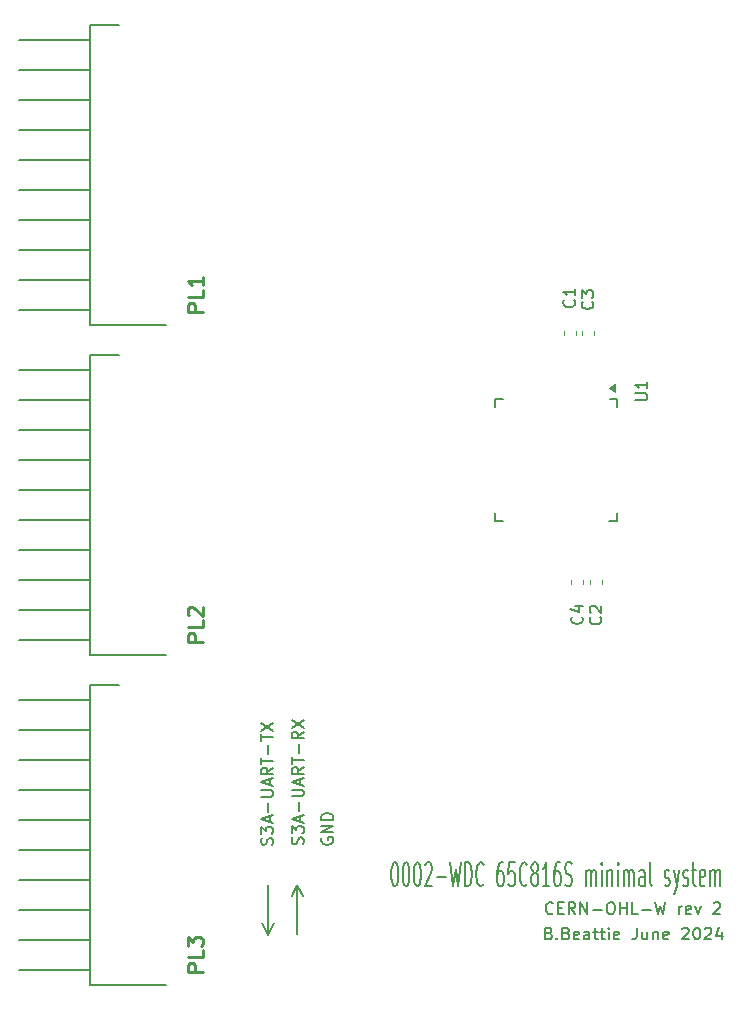
<source format=gto>
%TF.GenerationSoftware,KiCad,Pcbnew,8.0.3-8.0.3-0~ubuntu22.04.1*%
%TF.CreationDate,2024-06-07T23:15:48+01:00*%
%TF.ProjectId,0002-65C816S-minimal,30303032-2d36-4354-9338-3136532d6d69,A*%
%TF.SameCoordinates,Original*%
%TF.FileFunction,Legend,Top*%
%TF.FilePolarity,Positive*%
%FSLAX46Y46*%
G04 Gerber Fmt 4.6, Leading zero omitted, Abs format (unit mm)*
G04 Created by KiCad (PCBNEW 8.0.3-8.0.3-0~ubuntu22.04.1) date 2024-06-07 23:15:48*
%MOMM*%
%LPD*%
G01*
G04 APERTURE LIST*
%ADD10C,0.200000*%
%ADD11C,0.175000*%
%ADD12C,0.150000*%
%ADD13C,0.254000*%
%ADD14C,0.120000*%
G04 APERTURE END LIST*
D10*
X135650000Y-141800000D02*
X135150000Y-140850000D01*
X135650000Y-141800000D02*
X136150000Y-140850000D01*
X135650000Y-137600000D02*
X135650000Y-141800000D01*
X138150000Y-137575000D02*
X138650000Y-138525000D01*
X138150000Y-137575000D02*
X137650000Y-138525000D01*
X138150000Y-141775000D02*
X138150000Y-137575000D01*
D11*
X146343702Y-135696138D02*
X146438940Y-135696138D01*
X146438940Y-135696138D02*
X146534178Y-135791376D01*
X146534178Y-135791376D02*
X146581797Y-135886614D01*
X146581797Y-135886614D02*
X146629416Y-136077090D01*
X146629416Y-136077090D02*
X146677035Y-136458042D01*
X146677035Y-136458042D02*
X146677035Y-136934233D01*
X146677035Y-136934233D02*
X146629416Y-137315185D01*
X146629416Y-137315185D02*
X146581797Y-137505661D01*
X146581797Y-137505661D02*
X146534178Y-137600900D01*
X146534178Y-137600900D02*
X146438940Y-137696138D01*
X146438940Y-137696138D02*
X146343702Y-137696138D01*
X146343702Y-137696138D02*
X146248464Y-137600900D01*
X146248464Y-137600900D02*
X146200845Y-137505661D01*
X146200845Y-137505661D02*
X146153226Y-137315185D01*
X146153226Y-137315185D02*
X146105607Y-136934233D01*
X146105607Y-136934233D02*
X146105607Y-136458042D01*
X146105607Y-136458042D02*
X146153226Y-136077090D01*
X146153226Y-136077090D02*
X146200845Y-135886614D01*
X146200845Y-135886614D02*
X146248464Y-135791376D01*
X146248464Y-135791376D02*
X146343702Y-135696138D01*
X147296083Y-135696138D02*
X147391321Y-135696138D01*
X147391321Y-135696138D02*
X147486559Y-135791376D01*
X147486559Y-135791376D02*
X147534178Y-135886614D01*
X147534178Y-135886614D02*
X147581797Y-136077090D01*
X147581797Y-136077090D02*
X147629416Y-136458042D01*
X147629416Y-136458042D02*
X147629416Y-136934233D01*
X147629416Y-136934233D02*
X147581797Y-137315185D01*
X147581797Y-137315185D02*
X147534178Y-137505661D01*
X147534178Y-137505661D02*
X147486559Y-137600900D01*
X147486559Y-137600900D02*
X147391321Y-137696138D01*
X147391321Y-137696138D02*
X147296083Y-137696138D01*
X147296083Y-137696138D02*
X147200845Y-137600900D01*
X147200845Y-137600900D02*
X147153226Y-137505661D01*
X147153226Y-137505661D02*
X147105607Y-137315185D01*
X147105607Y-137315185D02*
X147057988Y-136934233D01*
X147057988Y-136934233D02*
X147057988Y-136458042D01*
X147057988Y-136458042D02*
X147105607Y-136077090D01*
X147105607Y-136077090D02*
X147153226Y-135886614D01*
X147153226Y-135886614D02*
X147200845Y-135791376D01*
X147200845Y-135791376D02*
X147296083Y-135696138D01*
X148248464Y-135696138D02*
X148343702Y-135696138D01*
X148343702Y-135696138D02*
X148438940Y-135791376D01*
X148438940Y-135791376D02*
X148486559Y-135886614D01*
X148486559Y-135886614D02*
X148534178Y-136077090D01*
X148534178Y-136077090D02*
X148581797Y-136458042D01*
X148581797Y-136458042D02*
X148581797Y-136934233D01*
X148581797Y-136934233D02*
X148534178Y-137315185D01*
X148534178Y-137315185D02*
X148486559Y-137505661D01*
X148486559Y-137505661D02*
X148438940Y-137600900D01*
X148438940Y-137600900D02*
X148343702Y-137696138D01*
X148343702Y-137696138D02*
X148248464Y-137696138D01*
X148248464Y-137696138D02*
X148153226Y-137600900D01*
X148153226Y-137600900D02*
X148105607Y-137505661D01*
X148105607Y-137505661D02*
X148057988Y-137315185D01*
X148057988Y-137315185D02*
X148010369Y-136934233D01*
X148010369Y-136934233D02*
X148010369Y-136458042D01*
X148010369Y-136458042D02*
X148057988Y-136077090D01*
X148057988Y-136077090D02*
X148105607Y-135886614D01*
X148105607Y-135886614D02*
X148153226Y-135791376D01*
X148153226Y-135791376D02*
X148248464Y-135696138D01*
X148962750Y-135886614D02*
X149010369Y-135791376D01*
X149010369Y-135791376D02*
X149105607Y-135696138D01*
X149105607Y-135696138D02*
X149343702Y-135696138D01*
X149343702Y-135696138D02*
X149438940Y-135791376D01*
X149438940Y-135791376D02*
X149486559Y-135886614D01*
X149486559Y-135886614D02*
X149534178Y-136077090D01*
X149534178Y-136077090D02*
X149534178Y-136267566D01*
X149534178Y-136267566D02*
X149486559Y-136553280D01*
X149486559Y-136553280D02*
X148915131Y-137696138D01*
X148915131Y-137696138D02*
X149534178Y-137696138D01*
X149962750Y-136934233D02*
X150724655Y-136934233D01*
X151105607Y-135696138D02*
X151343702Y-137696138D01*
X151343702Y-137696138D02*
X151534178Y-136267566D01*
X151534178Y-136267566D02*
X151724654Y-137696138D01*
X151724654Y-137696138D02*
X151962750Y-135696138D01*
X152343702Y-137696138D02*
X152343702Y-135696138D01*
X152343702Y-135696138D02*
X152581797Y-135696138D01*
X152581797Y-135696138D02*
X152724654Y-135791376D01*
X152724654Y-135791376D02*
X152819892Y-135981852D01*
X152819892Y-135981852D02*
X152867511Y-136172328D01*
X152867511Y-136172328D02*
X152915130Y-136553280D01*
X152915130Y-136553280D02*
X152915130Y-136838995D01*
X152915130Y-136838995D02*
X152867511Y-137219947D01*
X152867511Y-137219947D02*
X152819892Y-137410423D01*
X152819892Y-137410423D02*
X152724654Y-137600900D01*
X152724654Y-137600900D02*
X152581797Y-137696138D01*
X152581797Y-137696138D02*
X152343702Y-137696138D01*
X153915130Y-137505661D02*
X153867511Y-137600900D01*
X153867511Y-137600900D02*
X153724654Y-137696138D01*
X153724654Y-137696138D02*
X153629416Y-137696138D01*
X153629416Y-137696138D02*
X153486559Y-137600900D01*
X153486559Y-137600900D02*
X153391321Y-137410423D01*
X153391321Y-137410423D02*
X153343702Y-137219947D01*
X153343702Y-137219947D02*
X153296083Y-136838995D01*
X153296083Y-136838995D02*
X153296083Y-136553280D01*
X153296083Y-136553280D02*
X153343702Y-136172328D01*
X153343702Y-136172328D02*
X153391321Y-135981852D01*
X153391321Y-135981852D02*
X153486559Y-135791376D01*
X153486559Y-135791376D02*
X153629416Y-135696138D01*
X153629416Y-135696138D02*
X153724654Y-135696138D01*
X153724654Y-135696138D02*
X153867511Y-135791376D01*
X153867511Y-135791376D02*
X153915130Y-135886614D01*
X155534178Y-135696138D02*
X155343702Y-135696138D01*
X155343702Y-135696138D02*
X155248464Y-135791376D01*
X155248464Y-135791376D02*
X155200845Y-135886614D01*
X155200845Y-135886614D02*
X155105607Y-136172328D01*
X155105607Y-136172328D02*
X155057988Y-136553280D01*
X155057988Y-136553280D02*
X155057988Y-137315185D01*
X155057988Y-137315185D02*
X155105607Y-137505661D01*
X155105607Y-137505661D02*
X155153226Y-137600900D01*
X155153226Y-137600900D02*
X155248464Y-137696138D01*
X155248464Y-137696138D02*
X155438940Y-137696138D01*
X155438940Y-137696138D02*
X155534178Y-137600900D01*
X155534178Y-137600900D02*
X155581797Y-137505661D01*
X155581797Y-137505661D02*
X155629416Y-137315185D01*
X155629416Y-137315185D02*
X155629416Y-136838995D01*
X155629416Y-136838995D02*
X155581797Y-136648519D01*
X155581797Y-136648519D02*
X155534178Y-136553280D01*
X155534178Y-136553280D02*
X155438940Y-136458042D01*
X155438940Y-136458042D02*
X155248464Y-136458042D01*
X155248464Y-136458042D02*
X155153226Y-136553280D01*
X155153226Y-136553280D02*
X155105607Y-136648519D01*
X155105607Y-136648519D02*
X155057988Y-136838995D01*
X156534178Y-135696138D02*
X156057988Y-135696138D01*
X156057988Y-135696138D02*
X156010369Y-136648519D01*
X156010369Y-136648519D02*
X156057988Y-136553280D01*
X156057988Y-136553280D02*
X156153226Y-136458042D01*
X156153226Y-136458042D02*
X156391321Y-136458042D01*
X156391321Y-136458042D02*
X156486559Y-136553280D01*
X156486559Y-136553280D02*
X156534178Y-136648519D01*
X156534178Y-136648519D02*
X156581797Y-136838995D01*
X156581797Y-136838995D02*
X156581797Y-137315185D01*
X156581797Y-137315185D02*
X156534178Y-137505661D01*
X156534178Y-137505661D02*
X156486559Y-137600900D01*
X156486559Y-137600900D02*
X156391321Y-137696138D01*
X156391321Y-137696138D02*
X156153226Y-137696138D01*
X156153226Y-137696138D02*
X156057988Y-137600900D01*
X156057988Y-137600900D02*
X156010369Y-137505661D01*
X157581797Y-137505661D02*
X157534178Y-137600900D01*
X157534178Y-137600900D02*
X157391321Y-137696138D01*
X157391321Y-137696138D02*
X157296083Y-137696138D01*
X157296083Y-137696138D02*
X157153226Y-137600900D01*
X157153226Y-137600900D02*
X157057988Y-137410423D01*
X157057988Y-137410423D02*
X157010369Y-137219947D01*
X157010369Y-137219947D02*
X156962750Y-136838995D01*
X156962750Y-136838995D02*
X156962750Y-136553280D01*
X156962750Y-136553280D02*
X157010369Y-136172328D01*
X157010369Y-136172328D02*
X157057988Y-135981852D01*
X157057988Y-135981852D02*
X157153226Y-135791376D01*
X157153226Y-135791376D02*
X157296083Y-135696138D01*
X157296083Y-135696138D02*
X157391321Y-135696138D01*
X157391321Y-135696138D02*
X157534178Y-135791376D01*
X157534178Y-135791376D02*
X157581797Y-135886614D01*
X158153226Y-136553280D02*
X158057988Y-136458042D01*
X158057988Y-136458042D02*
X158010369Y-136362804D01*
X158010369Y-136362804D02*
X157962750Y-136172328D01*
X157962750Y-136172328D02*
X157962750Y-136077090D01*
X157962750Y-136077090D02*
X158010369Y-135886614D01*
X158010369Y-135886614D02*
X158057988Y-135791376D01*
X158057988Y-135791376D02*
X158153226Y-135696138D01*
X158153226Y-135696138D02*
X158343702Y-135696138D01*
X158343702Y-135696138D02*
X158438940Y-135791376D01*
X158438940Y-135791376D02*
X158486559Y-135886614D01*
X158486559Y-135886614D02*
X158534178Y-136077090D01*
X158534178Y-136077090D02*
X158534178Y-136172328D01*
X158534178Y-136172328D02*
X158486559Y-136362804D01*
X158486559Y-136362804D02*
X158438940Y-136458042D01*
X158438940Y-136458042D02*
X158343702Y-136553280D01*
X158343702Y-136553280D02*
X158153226Y-136553280D01*
X158153226Y-136553280D02*
X158057988Y-136648519D01*
X158057988Y-136648519D02*
X158010369Y-136743757D01*
X158010369Y-136743757D02*
X157962750Y-136934233D01*
X157962750Y-136934233D02*
X157962750Y-137315185D01*
X157962750Y-137315185D02*
X158010369Y-137505661D01*
X158010369Y-137505661D02*
X158057988Y-137600900D01*
X158057988Y-137600900D02*
X158153226Y-137696138D01*
X158153226Y-137696138D02*
X158343702Y-137696138D01*
X158343702Y-137696138D02*
X158438940Y-137600900D01*
X158438940Y-137600900D02*
X158486559Y-137505661D01*
X158486559Y-137505661D02*
X158534178Y-137315185D01*
X158534178Y-137315185D02*
X158534178Y-136934233D01*
X158534178Y-136934233D02*
X158486559Y-136743757D01*
X158486559Y-136743757D02*
X158438940Y-136648519D01*
X158438940Y-136648519D02*
X158343702Y-136553280D01*
X159486559Y-137696138D02*
X158915131Y-137696138D01*
X159200845Y-137696138D02*
X159200845Y-135696138D01*
X159200845Y-135696138D02*
X159105607Y-135981852D01*
X159105607Y-135981852D02*
X159010369Y-136172328D01*
X159010369Y-136172328D02*
X158915131Y-136267566D01*
X160343702Y-135696138D02*
X160153226Y-135696138D01*
X160153226Y-135696138D02*
X160057988Y-135791376D01*
X160057988Y-135791376D02*
X160010369Y-135886614D01*
X160010369Y-135886614D02*
X159915131Y-136172328D01*
X159915131Y-136172328D02*
X159867512Y-136553280D01*
X159867512Y-136553280D02*
X159867512Y-137315185D01*
X159867512Y-137315185D02*
X159915131Y-137505661D01*
X159915131Y-137505661D02*
X159962750Y-137600900D01*
X159962750Y-137600900D02*
X160057988Y-137696138D01*
X160057988Y-137696138D02*
X160248464Y-137696138D01*
X160248464Y-137696138D02*
X160343702Y-137600900D01*
X160343702Y-137600900D02*
X160391321Y-137505661D01*
X160391321Y-137505661D02*
X160438940Y-137315185D01*
X160438940Y-137315185D02*
X160438940Y-136838995D01*
X160438940Y-136838995D02*
X160391321Y-136648519D01*
X160391321Y-136648519D02*
X160343702Y-136553280D01*
X160343702Y-136553280D02*
X160248464Y-136458042D01*
X160248464Y-136458042D02*
X160057988Y-136458042D01*
X160057988Y-136458042D02*
X159962750Y-136553280D01*
X159962750Y-136553280D02*
X159915131Y-136648519D01*
X159915131Y-136648519D02*
X159867512Y-136838995D01*
X160819893Y-137600900D02*
X160962750Y-137696138D01*
X160962750Y-137696138D02*
X161200845Y-137696138D01*
X161200845Y-137696138D02*
X161296083Y-137600900D01*
X161296083Y-137600900D02*
X161343702Y-137505661D01*
X161343702Y-137505661D02*
X161391321Y-137315185D01*
X161391321Y-137315185D02*
X161391321Y-137124709D01*
X161391321Y-137124709D02*
X161343702Y-136934233D01*
X161343702Y-136934233D02*
X161296083Y-136838995D01*
X161296083Y-136838995D02*
X161200845Y-136743757D01*
X161200845Y-136743757D02*
X161010369Y-136648519D01*
X161010369Y-136648519D02*
X160915131Y-136553280D01*
X160915131Y-136553280D02*
X160867512Y-136458042D01*
X160867512Y-136458042D02*
X160819893Y-136267566D01*
X160819893Y-136267566D02*
X160819893Y-136077090D01*
X160819893Y-136077090D02*
X160867512Y-135886614D01*
X160867512Y-135886614D02*
X160915131Y-135791376D01*
X160915131Y-135791376D02*
X161010369Y-135696138D01*
X161010369Y-135696138D02*
X161248464Y-135696138D01*
X161248464Y-135696138D02*
X161391321Y-135791376D01*
X162581798Y-137696138D02*
X162581798Y-136362804D01*
X162581798Y-136553280D02*
X162629417Y-136458042D01*
X162629417Y-136458042D02*
X162724655Y-136362804D01*
X162724655Y-136362804D02*
X162867512Y-136362804D01*
X162867512Y-136362804D02*
X162962750Y-136458042D01*
X162962750Y-136458042D02*
X163010369Y-136648519D01*
X163010369Y-136648519D02*
X163010369Y-137696138D01*
X163010369Y-136648519D02*
X163057988Y-136458042D01*
X163057988Y-136458042D02*
X163153226Y-136362804D01*
X163153226Y-136362804D02*
X163296083Y-136362804D01*
X163296083Y-136362804D02*
X163391322Y-136458042D01*
X163391322Y-136458042D02*
X163438941Y-136648519D01*
X163438941Y-136648519D02*
X163438941Y-137696138D01*
X163915131Y-137696138D02*
X163915131Y-136362804D01*
X163915131Y-135696138D02*
X163867512Y-135791376D01*
X163867512Y-135791376D02*
X163915131Y-135886614D01*
X163915131Y-135886614D02*
X163962750Y-135791376D01*
X163962750Y-135791376D02*
X163915131Y-135696138D01*
X163915131Y-135696138D02*
X163915131Y-135886614D01*
X164391321Y-136362804D02*
X164391321Y-137696138D01*
X164391321Y-136553280D02*
X164438940Y-136458042D01*
X164438940Y-136458042D02*
X164534178Y-136362804D01*
X164534178Y-136362804D02*
X164677035Y-136362804D01*
X164677035Y-136362804D02*
X164772273Y-136458042D01*
X164772273Y-136458042D02*
X164819892Y-136648519D01*
X164819892Y-136648519D02*
X164819892Y-137696138D01*
X165296083Y-137696138D02*
X165296083Y-136362804D01*
X165296083Y-135696138D02*
X165248464Y-135791376D01*
X165248464Y-135791376D02*
X165296083Y-135886614D01*
X165296083Y-135886614D02*
X165343702Y-135791376D01*
X165343702Y-135791376D02*
X165296083Y-135696138D01*
X165296083Y-135696138D02*
X165296083Y-135886614D01*
X165772273Y-137696138D02*
X165772273Y-136362804D01*
X165772273Y-136553280D02*
X165819892Y-136458042D01*
X165819892Y-136458042D02*
X165915130Y-136362804D01*
X165915130Y-136362804D02*
X166057987Y-136362804D01*
X166057987Y-136362804D02*
X166153225Y-136458042D01*
X166153225Y-136458042D02*
X166200844Y-136648519D01*
X166200844Y-136648519D02*
X166200844Y-137696138D01*
X166200844Y-136648519D02*
X166248463Y-136458042D01*
X166248463Y-136458042D02*
X166343701Y-136362804D01*
X166343701Y-136362804D02*
X166486558Y-136362804D01*
X166486558Y-136362804D02*
X166581797Y-136458042D01*
X166581797Y-136458042D02*
X166629416Y-136648519D01*
X166629416Y-136648519D02*
X166629416Y-137696138D01*
X167534177Y-137696138D02*
X167534177Y-136648519D01*
X167534177Y-136648519D02*
X167486558Y-136458042D01*
X167486558Y-136458042D02*
X167391320Y-136362804D01*
X167391320Y-136362804D02*
X167200844Y-136362804D01*
X167200844Y-136362804D02*
X167105606Y-136458042D01*
X167534177Y-137600900D02*
X167438939Y-137696138D01*
X167438939Y-137696138D02*
X167200844Y-137696138D01*
X167200844Y-137696138D02*
X167105606Y-137600900D01*
X167105606Y-137600900D02*
X167057987Y-137410423D01*
X167057987Y-137410423D02*
X167057987Y-137219947D01*
X167057987Y-137219947D02*
X167105606Y-137029471D01*
X167105606Y-137029471D02*
X167200844Y-136934233D01*
X167200844Y-136934233D02*
X167438939Y-136934233D01*
X167438939Y-136934233D02*
X167534177Y-136838995D01*
X168153225Y-137696138D02*
X168057987Y-137600900D01*
X168057987Y-137600900D02*
X168010368Y-137410423D01*
X168010368Y-137410423D02*
X168010368Y-135696138D01*
X169248464Y-137600900D02*
X169343702Y-137696138D01*
X169343702Y-137696138D02*
X169534178Y-137696138D01*
X169534178Y-137696138D02*
X169629416Y-137600900D01*
X169629416Y-137600900D02*
X169677035Y-137410423D01*
X169677035Y-137410423D02*
X169677035Y-137315185D01*
X169677035Y-137315185D02*
X169629416Y-137124709D01*
X169629416Y-137124709D02*
X169534178Y-137029471D01*
X169534178Y-137029471D02*
X169391321Y-137029471D01*
X169391321Y-137029471D02*
X169296083Y-136934233D01*
X169296083Y-136934233D02*
X169248464Y-136743757D01*
X169248464Y-136743757D02*
X169248464Y-136648519D01*
X169248464Y-136648519D02*
X169296083Y-136458042D01*
X169296083Y-136458042D02*
X169391321Y-136362804D01*
X169391321Y-136362804D02*
X169534178Y-136362804D01*
X169534178Y-136362804D02*
X169629416Y-136458042D01*
X170010369Y-136362804D02*
X170248464Y-137696138D01*
X170486559Y-136362804D02*
X170248464Y-137696138D01*
X170248464Y-137696138D02*
X170153226Y-138172328D01*
X170153226Y-138172328D02*
X170105607Y-138267566D01*
X170105607Y-138267566D02*
X170010369Y-138362804D01*
X170819893Y-137600900D02*
X170915131Y-137696138D01*
X170915131Y-137696138D02*
X171105607Y-137696138D01*
X171105607Y-137696138D02*
X171200845Y-137600900D01*
X171200845Y-137600900D02*
X171248464Y-137410423D01*
X171248464Y-137410423D02*
X171248464Y-137315185D01*
X171248464Y-137315185D02*
X171200845Y-137124709D01*
X171200845Y-137124709D02*
X171105607Y-137029471D01*
X171105607Y-137029471D02*
X170962750Y-137029471D01*
X170962750Y-137029471D02*
X170867512Y-136934233D01*
X170867512Y-136934233D02*
X170819893Y-136743757D01*
X170819893Y-136743757D02*
X170819893Y-136648519D01*
X170819893Y-136648519D02*
X170867512Y-136458042D01*
X170867512Y-136458042D02*
X170962750Y-136362804D01*
X170962750Y-136362804D02*
X171105607Y-136362804D01*
X171105607Y-136362804D02*
X171200845Y-136458042D01*
X171534179Y-136362804D02*
X171915131Y-136362804D01*
X171677036Y-135696138D02*
X171677036Y-137410423D01*
X171677036Y-137410423D02*
X171724655Y-137600900D01*
X171724655Y-137600900D02*
X171819893Y-137696138D01*
X171819893Y-137696138D02*
X171915131Y-137696138D01*
X172629417Y-137600900D02*
X172534179Y-137696138D01*
X172534179Y-137696138D02*
X172343703Y-137696138D01*
X172343703Y-137696138D02*
X172248465Y-137600900D01*
X172248465Y-137600900D02*
X172200846Y-137410423D01*
X172200846Y-137410423D02*
X172200846Y-136648519D01*
X172200846Y-136648519D02*
X172248465Y-136458042D01*
X172248465Y-136458042D02*
X172343703Y-136362804D01*
X172343703Y-136362804D02*
X172534179Y-136362804D01*
X172534179Y-136362804D02*
X172629417Y-136458042D01*
X172629417Y-136458042D02*
X172677036Y-136648519D01*
X172677036Y-136648519D02*
X172677036Y-136838995D01*
X172677036Y-136838995D02*
X172200846Y-137029471D01*
X173105608Y-137696138D02*
X173105608Y-136362804D01*
X173105608Y-136553280D02*
X173153227Y-136458042D01*
X173153227Y-136458042D02*
X173248465Y-136362804D01*
X173248465Y-136362804D02*
X173391322Y-136362804D01*
X173391322Y-136362804D02*
X173486560Y-136458042D01*
X173486560Y-136458042D02*
X173534179Y-136648519D01*
X173534179Y-136648519D02*
X173534179Y-137696138D01*
X173534179Y-136648519D02*
X173581798Y-136458042D01*
X173581798Y-136458042D02*
X173677036Y-136362804D01*
X173677036Y-136362804D02*
X173819893Y-136362804D01*
X173819893Y-136362804D02*
X173915132Y-136458042D01*
X173915132Y-136458042D02*
X173962751Y-136648519D01*
X173962751Y-136648519D02*
X173962751Y-137696138D01*
X136020900Y-134194392D02*
X136068519Y-134051535D01*
X136068519Y-134051535D02*
X136068519Y-133813440D01*
X136068519Y-133813440D02*
X136020900Y-133718202D01*
X136020900Y-133718202D02*
X135973280Y-133670583D01*
X135973280Y-133670583D02*
X135878042Y-133622964D01*
X135878042Y-133622964D02*
X135782804Y-133622964D01*
X135782804Y-133622964D02*
X135687566Y-133670583D01*
X135687566Y-133670583D02*
X135639947Y-133718202D01*
X135639947Y-133718202D02*
X135592328Y-133813440D01*
X135592328Y-133813440D02*
X135544709Y-134003916D01*
X135544709Y-134003916D02*
X135497090Y-134099154D01*
X135497090Y-134099154D02*
X135449471Y-134146773D01*
X135449471Y-134146773D02*
X135354233Y-134194392D01*
X135354233Y-134194392D02*
X135258995Y-134194392D01*
X135258995Y-134194392D02*
X135163757Y-134146773D01*
X135163757Y-134146773D02*
X135116138Y-134099154D01*
X135116138Y-134099154D02*
X135068519Y-134003916D01*
X135068519Y-134003916D02*
X135068519Y-133765821D01*
X135068519Y-133765821D02*
X135116138Y-133622964D01*
X135068519Y-133289630D02*
X135068519Y-132670583D01*
X135068519Y-132670583D02*
X135449471Y-133003916D01*
X135449471Y-133003916D02*
X135449471Y-132861059D01*
X135449471Y-132861059D02*
X135497090Y-132765821D01*
X135497090Y-132765821D02*
X135544709Y-132718202D01*
X135544709Y-132718202D02*
X135639947Y-132670583D01*
X135639947Y-132670583D02*
X135878042Y-132670583D01*
X135878042Y-132670583D02*
X135973280Y-132718202D01*
X135973280Y-132718202D02*
X136020900Y-132765821D01*
X136020900Y-132765821D02*
X136068519Y-132861059D01*
X136068519Y-132861059D02*
X136068519Y-133146773D01*
X136068519Y-133146773D02*
X136020900Y-133242011D01*
X136020900Y-133242011D02*
X135973280Y-133289630D01*
X135782804Y-132289630D02*
X135782804Y-131813440D01*
X136068519Y-132384868D02*
X135068519Y-132051535D01*
X135068519Y-132051535D02*
X136068519Y-131718202D01*
X135687566Y-131384868D02*
X135687566Y-130622964D01*
X135068519Y-130146773D02*
X135878042Y-130146773D01*
X135878042Y-130146773D02*
X135973280Y-130099154D01*
X135973280Y-130099154D02*
X136020900Y-130051535D01*
X136020900Y-130051535D02*
X136068519Y-129956297D01*
X136068519Y-129956297D02*
X136068519Y-129765821D01*
X136068519Y-129765821D02*
X136020900Y-129670583D01*
X136020900Y-129670583D02*
X135973280Y-129622964D01*
X135973280Y-129622964D02*
X135878042Y-129575345D01*
X135878042Y-129575345D02*
X135068519Y-129575345D01*
X135782804Y-129146773D02*
X135782804Y-128670583D01*
X136068519Y-129242011D02*
X135068519Y-128908678D01*
X135068519Y-128908678D02*
X136068519Y-128575345D01*
X136068519Y-127670583D02*
X135592328Y-128003916D01*
X136068519Y-128242011D02*
X135068519Y-128242011D01*
X135068519Y-128242011D02*
X135068519Y-127861059D01*
X135068519Y-127861059D02*
X135116138Y-127765821D01*
X135116138Y-127765821D02*
X135163757Y-127718202D01*
X135163757Y-127718202D02*
X135258995Y-127670583D01*
X135258995Y-127670583D02*
X135401852Y-127670583D01*
X135401852Y-127670583D02*
X135497090Y-127718202D01*
X135497090Y-127718202D02*
X135544709Y-127765821D01*
X135544709Y-127765821D02*
X135592328Y-127861059D01*
X135592328Y-127861059D02*
X135592328Y-128242011D01*
X135068519Y-127384868D02*
X135068519Y-126813440D01*
X136068519Y-127099154D02*
X135068519Y-127099154D01*
X135687566Y-126480106D02*
X135687566Y-125718202D01*
X135068519Y-125384868D02*
X135068519Y-124813440D01*
X136068519Y-125099154D02*
X135068519Y-125099154D01*
X135068519Y-124575344D02*
X136068519Y-123908678D01*
X135068519Y-123908678D02*
X136068519Y-124575344D01*
X159436559Y-141694709D02*
X159579416Y-141742328D01*
X159579416Y-141742328D02*
X159627035Y-141789947D01*
X159627035Y-141789947D02*
X159674654Y-141885185D01*
X159674654Y-141885185D02*
X159674654Y-142028042D01*
X159674654Y-142028042D02*
X159627035Y-142123280D01*
X159627035Y-142123280D02*
X159579416Y-142170900D01*
X159579416Y-142170900D02*
X159484178Y-142218519D01*
X159484178Y-142218519D02*
X159103226Y-142218519D01*
X159103226Y-142218519D02*
X159103226Y-141218519D01*
X159103226Y-141218519D02*
X159436559Y-141218519D01*
X159436559Y-141218519D02*
X159531797Y-141266138D01*
X159531797Y-141266138D02*
X159579416Y-141313757D01*
X159579416Y-141313757D02*
X159627035Y-141408995D01*
X159627035Y-141408995D02*
X159627035Y-141504233D01*
X159627035Y-141504233D02*
X159579416Y-141599471D01*
X159579416Y-141599471D02*
X159531797Y-141647090D01*
X159531797Y-141647090D02*
X159436559Y-141694709D01*
X159436559Y-141694709D02*
X159103226Y-141694709D01*
X160103226Y-142123280D02*
X160150845Y-142170900D01*
X160150845Y-142170900D02*
X160103226Y-142218519D01*
X160103226Y-142218519D02*
X160055607Y-142170900D01*
X160055607Y-142170900D02*
X160103226Y-142123280D01*
X160103226Y-142123280D02*
X160103226Y-142218519D01*
X160912749Y-141694709D02*
X161055606Y-141742328D01*
X161055606Y-141742328D02*
X161103225Y-141789947D01*
X161103225Y-141789947D02*
X161150844Y-141885185D01*
X161150844Y-141885185D02*
X161150844Y-142028042D01*
X161150844Y-142028042D02*
X161103225Y-142123280D01*
X161103225Y-142123280D02*
X161055606Y-142170900D01*
X161055606Y-142170900D02*
X160960368Y-142218519D01*
X160960368Y-142218519D02*
X160579416Y-142218519D01*
X160579416Y-142218519D02*
X160579416Y-141218519D01*
X160579416Y-141218519D02*
X160912749Y-141218519D01*
X160912749Y-141218519D02*
X161007987Y-141266138D01*
X161007987Y-141266138D02*
X161055606Y-141313757D01*
X161055606Y-141313757D02*
X161103225Y-141408995D01*
X161103225Y-141408995D02*
X161103225Y-141504233D01*
X161103225Y-141504233D02*
X161055606Y-141599471D01*
X161055606Y-141599471D02*
X161007987Y-141647090D01*
X161007987Y-141647090D02*
X160912749Y-141694709D01*
X160912749Y-141694709D02*
X160579416Y-141694709D01*
X161960368Y-142170900D02*
X161865130Y-142218519D01*
X161865130Y-142218519D02*
X161674654Y-142218519D01*
X161674654Y-142218519D02*
X161579416Y-142170900D01*
X161579416Y-142170900D02*
X161531797Y-142075661D01*
X161531797Y-142075661D02*
X161531797Y-141694709D01*
X161531797Y-141694709D02*
X161579416Y-141599471D01*
X161579416Y-141599471D02*
X161674654Y-141551852D01*
X161674654Y-141551852D02*
X161865130Y-141551852D01*
X161865130Y-141551852D02*
X161960368Y-141599471D01*
X161960368Y-141599471D02*
X162007987Y-141694709D01*
X162007987Y-141694709D02*
X162007987Y-141789947D01*
X162007987Y-141789947D02*
X161531797Y-141885185D01*
X162865130Y-142218519D02*
X162865130Y-141694709D01*
X162865130Y-141694709D02*
X162817511Y-141599471D01*
X162817511Y-141599471D02*
X162722273Y-141551852D01*
X162722273Y-141551852D02*
X162531797Y-141551852D01*
X162531797Y-141551852D02*
X162436559Y-141599471D01*
X162865130Y-142170900D02*
X162769892Y-142218519D01*
X162769892Y-142218519D02*
X162531797Y-142218519D01*
X162531797Y-142218519D02*
X162436559Y-142170900D01*
X162436559Y-142170900D02*
X162388940Y-142075661D01*
X162388940Y-142075661D02*
X162388940Y-141980423D01*
X162388940Y-141980423D02*
X162436559Y-141885185D01*
X162436559Y-141885185D02*
X162531797Y-141837566D01*
X162531797Y-141837566D02*
X162769892Y-141837566D01*
X162769892Y-141837566D02*
X162865130Y-141789947D01*
X163198464Y-141551852D02*
X163579416Y-141551852D01*
X163341321Y-141218519D02*
X163341321Y-142075661D01*
X163341321Y-142075661D02*
X163388940Y-142170900D01*
X163388940Y-142170900D02*
X163484178Y-142218519D01*
X163484178Y-142218519D02*
X163579416Y-142218519D01*
X163769893Y-141551852D02*
X164150845Y-141551852D01*
X163912750Y-141218519D02*
X163912750Y-142075661D01*
X163912750Y-142075661D02*
X163960369Y-142170900D01*
X163960369Y-142170900D02*
X164055607Y-142218519D01*
X164055607Y-142218519D02*
X164150845Y-142218519D01*
X164484179Y-142218519D02*
X164484179Y-141551852D01*
X164484179Y-141218519D02*
X164436560Y-141266138D01*
X164436560Y-141266138D02*
X164484179Y-141313757D01*
X164484179Y-141313757D02*
X164531798Y-141266138D01*
X164531798Y-141266138D02*
X164484179Y-141218519D01*
X164484179Y-141218519D02*
X164484179Y-141313757D01*
X165341321Y-142170900D02*
X165246083Y-142218519D01*
X165246083Y-142218519D02*
X165055607Y-142218519D01*
X165055607Y-142218519D02*
X164960369Y-142170900D01*
X164960369Y-142170900D02*
X164912750Y-142075661D01*
X164912750Y-142075661D02*
X164912750Y-141694709D01*
X164912750Y-141694709D02*
X164960369Y-141599471D01*
X164960369Y-141599471D02*
X165055607Y-141551852D01*
X165055607Y-141551852D02*
X165246083Y-141551852D01*
X165246083Y-141551852D02*
X165341321Y-141599471D01*
X165341321Y-141599471D02*
X165388940Y-141694709D01*
X165388940Y-141694709D02*
X165388940Y-141789947D01*
X165388940Y-141789947D02*
X164912750Y-141885185D01*
X166865131Y-141218519D02*
X166865131Y-141932804D01*
X166865131Y-141932804D02*
X166817512Y-142075661D01*
X166817512Y-142075661D02*
X166722274Y-142170900D01*
X166722274Y-142170900D02*
X166579417Y-142218519D01*
X166579417Y-142218519D02*
X166484179Y-142218519D01*
X167769893Y-141551852D02*
X167769893Y-142218519D01*
X167341322Y-141551852D02*
X167341322Y-142075661D01*
X167341322Y-142075661D02*
X167388941Y-142170900D01*
X167388941Y-142170900D02*
X167484179Y-142218519D01*
X167484179Y-142218519D02*
X167627036Y-142218519D01*
X167627036Y-142218519D02*
X167722274Y-142170900D01*
X167722274Y-142170900D02*
X167769893Y-142123280D01*
X168246084Y-141551852D02*
X168246084Y-142218519D01*
X168246084Y-141647090D02*
X168293703Y-141599471D01*
X168293703Y-141599471D02*
X168388941Y-141551852D01*
X168388941Y-141551852D02*
X168531798Y-141551852D01*
X168531798Y-141551852D02*
X168627036Y-141599471D01*
X168627036Y-141599471D02*
X168674655Y-141694709D01*
X168674655Y-141694709D02*
X168674655Y-142218519D01*
X169531798Y-142170900D02*
X169436560Y-142218519D01*
X169436560Y-142218519D02*
X169246084Y-142218519D01*
X169246084Y-142218519D02*
X169150846Y-142170900D01*
X169150846Y-142170900D02*
X169103227Y-142075661D01*
X169103227Y-142075661D02*
X169103227Y-141694709D01*
X169103227Y-141694709D02*
X169150846Y-141599471D01*
X169150846Y-141599471D02*
X169246084Y-141551852D01*
X169246084Y-141551852D02*
X169436560Y-141551852D01*
X169436560Y-141551852D02*
X169531798Y-141599471D01*
X169531798Y-141599471D02*
X169579417Y-141694709D01*
X169579417Y-141694709D02*
X169579417Y-141789947D01*
X169579417Y-141789947D02*
X169103227Y-141885185D01*
X170722275Y-141313757D02*
X170769894Y-141266138D01*
X170769894Y-141266138D02*
X170865132Y-141218519D01*
X170865132Y-141218519D02*
X171103227Y-141218519D01*
X171103227Y-141218519D02*
X171198465Y-141266138D01*
X171198465Y-141266138D02*
X171246084Y-141313757D01*
X171246084Y-141313757D02*
X171293703Y-141408995D01*
X171293703Y-141408995D02*
X171293703Y-141504233D01*
X171293703Y-141504233D02*
X171246084Y-141647090D01*
X171246084Y-141647090D02*
X170674656Y-142218519D01*
X170674656Y-142218519D02*
X171293703Y-142218519D01*
X171912751Y-141218519D02*
X172007989Y-141218519D01*
X172007989Y-141218519D02*
X172103227Y-141266138D01*
X172103227Y-141266138D02*
X172150846Y-141313757D01*
X172150846Y-141313757D02*
X172198465Y-141408995D01*
X172198465Y-141408995D02*
X172246084Y-141599471D01*
X172246084Y-141599471D02*
X172246084Y-141837566D01*
X172246084Y-141837566D02*
X172198465Y-142028042D01*
X172198465Y-142028042D02*
X172150846Y-142123280D01*
X172150846Y-142123280D02*
X172103227Y-142170900D01*
X172103227Y-142170900D02*
X172007989Y-142218519D01*
X172007989Y-142218519D02*
X171912751Y-142218519D01*
X171912751Y-142218519D02*
X171817513Y-142170900D01*
X171817513Y-142170900D02*
X171769894Y-142123280D01*
X171769894Y-142123280D02*
X171722275Y-142028042D01*
X171722275Y-142028042D02*
X171674656Y-141837566D01*
X171674656Y-141837566D02*
X171674656Y-141599471D01*
X171674656Y-141599471D02*
X171722275Y-141408995D01*
X171722275Y-141408995D02*
X171769894Y-141313757D01*
X171769894Y-141313757D02*
X171817513Y-141266138D01*
X171817513Y-141266138D02*
X171912751Y-141218519D01*
X172627037Y-141313757D02*
X172674656Y-141266138D01*
X172674656Y-141266138D02*
X172769894Y-141218519D01*
X172769894Y-141218519D02*
X173007989Y-141218519D01*
X173007989Y-141218519D02*
X173103227Y-141266138D01*
X173103227Y-141266138D02*
X173150846Y-141313757D01*
X173150846Y-141313757D02*
X173198465Y-141408995D01*
X173198465Y-141408995D02*
X173198465Y-141504233D01*
X173198465Y-141504233D02*
X173150846Y-141647090D01*
X173150846Y-141647090D02*
X172579418Y-142218519D01*
X172579418Y-142218519D02*
X173198465Y-142218519D01*
X174055608Y-141551852D02*
X174055608Y-142218519D01*
X173817513Y-141170900D02*
X173579418Y-141885185D01*
X173579418Y-141885185D02*
X174198465Y-141885185D01*
X140216138Y-133622964D02*
X140168519Y-133718202D01*
X140168519Y-133718202D02*
X140168519Y-133861059D01*
X140168519Y-133861059D02*
X140216138Y-134003916D01*
X140216138Y-134003916D02*
X140311376Y-134099154D01*
X140311376Y-134099154D02*
X140406614Y-134146773D01*
X140406614Y-134146773D02*
X140597090Y-134194392D01*
X140597090Y-134194392D02*
X140739947Y-134194392D01*
X140739947Y-134194392D02*
X140930423Y-134146773D01*
X140930423Y-134146773D02*
X141025661Y-134099154D01*
X141025661Y-134099154D02*
X141120900Y-134003916D01*
X141120900Y-134003916D02*
X141168519Y-133861059D01*
X141168519Y-133861059D02*
X141168519Y-133765821D01*
X141168519Y-133765821D02*
X141120900Y-133622964D01*
X141120900Y-133622964D02*
X141073280Y-133575345D01*
X141073280Y-133575345D02*
X140739947Y-133575345D01*
X140739947Y-133575345D02*
X140739947Y-133765821D01*
X141168519Y-133146773D02*
X140168519Y-133146773D01*
X140168519Y-133146773D02*
X141168519Y-132575345D01*
X141168519Y-132575345D02*
X140168519Y-132575345D01*
X141168519Y-132099154D02*
X140168519Y-132099154D01*
X140168519Y-132099154D02*
X140168519Y-131861059D01*
X140168519Y-131861059D02*
X140216138Y-131718202D01*
X140216138Y-131718202D02*
X140311376Y-131622964D01*
X140311376Y-131622964D02*
X140406614Y-131575345D01*
X140406614Y-131575345D02*
X140597090Y-131527726D01*
X140597090Y-131527726D02*
X140739947Y-131527726D01*
X140739947Y-131527726D02*
X140930423Y-131575345D01*
X140930423Y-131575345D02*
X141025661Y-131622964D01*
X141025661Y-131622964D02*
X141120900Y-131718202D01*
X141120900Y-131718202D02*
X141168519Y-131861059D01*
X141168519Y-131861059D02*
X141168519Y-132099154D01*
X159774654Y-139973280D02*
X159727035Y-140020900D01*
X159727035Y-140020900D02*
X159584178Y-140068519D01*
X159584178Y-140068519D02*
X159488940Y-140068519D01*
X159488940Y-140068519D02*
X159346083Y-140020900D01*
X159346083Y-140020900D02*
X159250845Y-139925661D01*
X159250845Y-139925661D02*
X159203226Y-139830423D01*
X159203226Y-139830423D02*
X159155607Y-139639947D01*
X159155607Y-139639947D02*
X159155607Y-139497090D01*
X159155607Y-139497090D02*
X159203226Y-139306614D01*
X159203226Y-139306614D02*
X159250845Y-139211376D01*
X159250845Y-139211376D02*
X159346083Y-139116138D01*
X159346083Y-139116138D02*
X159488940Y-139068519D01*
X159488940Y-139068519D02*
X159584178Y-139068519D01*
X159584178Y-139068519D02*
X159727035Y-139116138D01*
X159727035Y-139116138D02*
X159774654Y-139163757D01*
X160203226Y-139544709D02*
X160536559Y-139544709D01*
X160679416Y-140068519D02*
X160203226Y-140068519D01*
X160203226Y-140068519D02*
X160203226Y-139068519D01*
X160203226Y-139068519D02*
X160679416Y-139068519D01*
X161679416Y-140068519D02*
X161346083Y-139592328D01*
X161107988Y-140068519D02*
X161107988Y-139068519D01*
X161107988Y-139068519D02*
X161488940Y-139068519D01*
X161488940Y-139068519D02*
X161584178Y-139116138D01*
X161584178Y-139116138D02*
X161631797Y-139163757D01*
X161631797Y-139163757D02*
X161679416Y-139258995D01*
X161679416Y-139258995D02*
X161679416Y-139401852D01*
X161679416Y-139401852D02*
X161631797Y-139497090D01*
X161631797Y-139497090D02*
X161584178Y-139544709D01*
X161584178Y-139544709D02*
X161488940Y-139592328D01*
X161488940Y-139592328D02*
X161107988Y-139592328D01*
X162107988Y-140068519D02*
X162107988Y-139068519D01*
X162107988Y-139068519D02*
X162679416Y-140068519D01*
X162679416Y-140068519D02*
X162679416Y-139068519D01*
X163155607Y-139687566D02*
X163917512Y-139687566D01*
X164584178Y-139068519D02*
X164774654Y-139068519D01*
X164774654Y-139068519D02*
X164869892Y-139116138D01*
X164869892Y-139116138D02*
X164965130Y-139211376D01*
X164965130Y-139211376D02*
X165012749Y-139401852D01*
X165012749Y-139401852D02*
X165012749Y-139735185D01*
X165012749Y-139735185D02*
X164965130Y-139925661D01*
X164965130Y-139925661D02*
X164869892Y-140020900D01*
X164869892Y-140020900D02*
X164774654Y-140068519D01*
X164774654Y-140068519D02*
X164584178Y-140068519D01*
X164584178Y-140068519D02*
X164488940Y-140020900D01*
X164488940Y-140020900D02*
X164393702Y-139925661D01*
X164393702Y-139925661D02*
X164346083Y-139735185D01*
X164346083Y-139735185D02*
X164346083Y-139401852D01*
X164346083Y-139401852D02*
X164393702Y-139211376D01*
X164393702Y-139211376D02*
X164488940Y-139116138D01*
X164488940Y-139116138D02*
X164584178Y-139068519D01*
X165441321Y-140068519D02*
X165441321Y-139068519D01*
X165441321Y-139544709D02*
X166012749Y-139544709D01*
X166012749Y-140068519D02*
X166012749Y-139068519D01*
X166965130Y-140068519D02*
X166488940Y-140068519D01*
X166488940Y-140068519D02*
X166488940Y-139068519D01*
X167298464Y-139687566D02*
X168060369Y-139687566D01*
X168441321Y-139068519D02*
X168679416Y-140068519D01*
X168679416Y-140068519D02*
X168869892Y-139354233D01*
X168869892Y-139354233D02*
X169060368Y-140068519D01*
X169060368Y-140068519D02*
X169298464Y-139068519D01*
X170441321Y-140068519D02*
X170441321Y-139401852D01*
X170441321Y-139592328D02*
X170488940Y-139497090D01*
X170488940Y-139497090D02*
X170536559Y-139449471D01*
X170536559Y-139449471D02*
X170631797Y-139401852D01*
X170631797Y-139401852D02*
X170727035Y-139401852D01*
X171441321Y-140020900D02*
X171346083Y-140068519D01*
X171346083Y-140068519D02*
X171155607Y-140068519D01*
X171155607Y-140068519D02*
X171060369Y-140020900D01*
X171060369Y-140020900D02*
X171012750Y-139925661D01*
X171012750Y-139925661D02*
X171012750Y-139544709D01*
X171012750Y-139544709D02*
X171060369Y-139449471D01*
X171060369Y-139449471D02*
X171155607Y-139401852D01*
X171155607Y-139401852D02*
X171346083Y-139401852D01*
X171346083Y-139401852D02*
X171441321Y-139449471D01*
X171441321Y-139449471D02*
X171488940Y-139544709D01*
X171488940Y-139544709D02*
X171488940Y-139639947D01*
X171488940Y-139639947D02*
X171012750Y-139735185D01*
X171822274Y-139401852D02*
X172060369Y-140068519D01*
X172060369Y-140068519D02*
X172298464Y-139401852D01*
X173393703Y-139163757D02*
X173441322Y-139116138D01*
X173441322Y-139116138D02*
X173536560Y-139068519D01*
X173536560Y-139068519D02*
X173774655Y-139068519D01*
X173774655Y-139068519D02*
X173869893Y-139116138D01*
X173869893Y-139116138D02*
X173917512Y-139163757D01*
X173917512Y-139163757D02*
X173965131Y-139258995D01*
X173965131Y-139258995D02*
X173965131Y-139354233D01*
X173965131Y-139354233D02*
X173917512Y-139497090D01*
X173917512Y-139497090D02*
X173346084Y-140068519D01*
X173346084Y-140068519D02*
X173965131Y-140068519D01*
X138620900Y-134144392D02*
X138668519Y-134001535D01*
X138668519Y-134001535D02*
X138668519Y-133763440D01*
X138668519Y-133763440D02*
X138620900Y-133668202D01*
X138620900Y-133668202D02*
X138573280Y-133620583D01*
X138573280Y-133620583D02*
X138478042Y-133572964D01*
X138478042Y-133572964D02*
X138382804Y-133572964D01*
X138382804Y-133572964D02*
X138287566Y-133620583D01*
X138287566Y-133620583D02*
X138239947Y-133668202D01*
X138239947Y-133668202D02*
X138192328Y-133763440D01*
X138192328Y-133763440D02*
X138144709Y-133953916D01*
X138144709Y-133953916D02*
X138097090Y-134049154D01*
X138097090Y-134049154D02*
X138049471Y-134096773D01*
X138049471Y-134096773D02*
X137954233Y-134144392D01*
X137954233Y-134144392D02*
X137858995Y-134144392D01*
X137858995Y-134144392D02*
X137763757Y-134096773D01*
X137763757Y-134096773D02*
X137716138Y-134049154D01*
X137716138Y-134049154D02*
X137668519Y-133953916D01*
X137668519Y-133953916D02*
X137668519Y-133715821D01*
X137668519Y-133715821D02*
X137716138Y-133572964D01*
X137668519Y-133239630D02*
X137668519Y-132620583D01*
X137668519Y-132620583D02*
X138049471Y-132953916D01*
X138049471Y-132953916D02*
X138049471Y-132811059D01*
X138049471Y-132811059D02*
X138097090Y-132715821D01*
X138097090Y-132715821D02*
X138144709Y-132668202D01*
X138144709Y-132668202D02*
X138239947Y-132620583D01*
X138239947Y-132620583D02*
X138478042Y-132620583D01*
X138478042Y-132620583D02*
X138573280Y-132668202D01*
X138573280Y-132668202D02*
X138620900Y-132715821D01*
X138620900Y-132715821D02*
X138668519Y-132811059D01*
X138668519Y-132811059D02*
X138668519Y-133096773D01*
X138668519Y-133096773D02*
X138620900Y-133192011D01*
X138620900Y-133192011D02*
X138573280Y-133239630D01*
X138382804Y-132239630D02*
X138382804Y-131763440D01*
X138668519Y-132334868D02*
X137668519Y-132001535D01*
X137668519Y-132001535D02*
X138668519Y-131668202D01*
X138287566Y-131334868D02*
X138287566Y-130572964D01*
X137668519Y-130096773D02*
X138478042Y-130096773D01*
X138478042Y-130096773D02*
X138573280Y-130049154D01*
X138573280Y-130049154D02*
X138620900Y-130001535D01*
X138620900Y-130001535D02*
X138668519Y-129906297D01*
X138668519Y-129906297D02*
X138668519Y-129715821D01*
X138668519Y-129715821D02*
X138620900Y-129620583D01*
X138620900Y-129620583D02*
X138573280Y-129572964D01*
X138573280Y-129572964D02*
X138478042Y-129525345D01*
X138478042Y-129525345D02*
X137668519Y-129525345D01*
X138382804Y-129096773D02*
X138382804Y-128620583D01*
X138668519Y-129192011D02*
X137668519Y-128858678D01*
X137668519Y-128858678D02*
X138668519Y-128525345D01*
X138668519Y-127620583D02*
X138192328Y-127953916D01*
X138668519Y-128192011D02*
X137668519Y-128192011D01*
X137668519Y-128192011D02*
X137668519Y-127811059D01*
X137668519Y-127811059D02*
X137716138Y-127715821D01*
X137716138Y-127715821D02*
X137763757Y-127668202D01*
X137763757Y-127668202D02*
X137858995Y-127620583D01*
X137858995Y-127620583D02*
X138001852Y-127620583D01*
X138001852Y-127620583D02*
X138097090Y-127668202D01*
X138097090Y-127668202D02*
X138144709Y-127715821D01*
X138144709Y-127715821D02*
X138192328Y-127811059D01*
X138192328Y-127811059D02*
X138192328Y-128192011D01*
X137668519Y-127334868D02*
X137668519Y-126763440D01*
X138668519Y-127049154D02*
X137668519Y-127049154D01*
X138287566Y-126430106D02*
X138287566Y-125668202D01*
X138668519Y-124620583D02*
X138192328Y-124953916D01*
X138668519Y-125192011D02*
X137668519Y-125192011D01*
X137668519Y-125192011D02*
X137668519Y-124811059D01*
X137668519Y-124811059D02*
X137716138Y-124715821D01*
X137716138Y-124715821D02*
X137763757Y-124668202D01*
X137763757Y-124668202D02*
X137858995Y-124620583D01*
X137858995Y-124620583D02*
X138001852Y-124620583D01*
X138001852Y-124620583D02*
X138097090Y-124668202D01*
X138097090Y-124668202D02*
X138144709Y-124715821D01*
X138144709Y-124715821D02*
X138192328Y-124811059D01*
X138192328Y-124811059D02*
X138192328Y-125192011D01*
X137668519Y-124287249D02*
X138668519Y-123620583D01*
X137668519Y-123620583D02*
X138668519Y-124287249D01*
D12*
X163789580Y-114929166D02*
X163837200Y-114976785D01*
X163837200Y-114976785D02*
X163884819Y-115119642D01*
X163884819Y-115119642D02*
X163884819Y-115214880D01*
X163884819Y-115214880D02*
X163837200Y-115357737D01*
X163837200Y-115357737D02*
X163741961Y-115452975D01*
X163741961Y-115452975D02*
X163646723Y-115500594D01*
X163646723Y-115500594D02*
X163456247Y-115548213D01*
X163456247Y-115548213D02*
X163313390Y-115548213D01*
X163313390Y-115548213D02*
X163122914Y-115500594D01*
X163122914Y-115500594D02*
X163027676Y-115452975D01*
X163027676Y-115452975D02*
X162932438Y-115357737D01*
X162932438Y-115357737D02*
X162884819Y-115214880D01*
X162884819Y-115214880D02*
X162884819Y-115119642D01*
X162884819Y-115119642D02*
X162932438Y-114976785D01*
X162932438Y-114976785D02*
X162980057Y-114929166D01*
X162980057Y-114548213D02*
X162932438Y-114500594D01*
X162932438Y-114500594D02*
X162884819Y-114405356D01*
X162884819Y-114405356D02*
X162884819Y-114167261D01*
X162884819Y-114167261D02*
X162932438Y-114072023D01*
X162932438Y-114072023D02*
X162980057Y-114024404D01*
X162980057Y-114024404D02*
X163075295Y-113976785D01*
X163075295Y-113976785D02*
X163170533Y-113976785D01*
X163170533Y-113976785D02*
X163313390Y-114024404D01*
X163313390Y-114024404D02*
X163884819Y-114595832D01*
X163884819Y-114595832D02*
X163884819Y-113976785D01*
X162209580Y-114879166D02*
X162257200Y-114926785D01*
X162257200Y-114926785D02*
X162304819Y-115069642D01*
X162304819Y-115069642D02*
X162304819Y-115164880D01*
X162304819Y-115164880D02*
X162257200Y-115307737D01*
X162257200Y-115307737D02*
X162161961Y-115402975D01*
X162161961Y-115402975D02*
X162066723Y-115450594D01*
X162066723Y-115450594D02*
X161876247Y-115498213D01*
X161876247Y-115498213D02*
X161733390Y-115498213D01*
X161733390Y-115498213D02*
X161542914Y-115450594D01*
X161542914Y-115450594D02*
X161447676Y-115402975D01*
X161447676Y-115402975D02*
X161352438Y-115307737D01*
X161352438Y-115307737D02*
X161304819Y-115164880D01*
X161304819Y-115164880D02*
X161304819Y-115069642D01*
X161304819Y-115069642D02*
X161352438Y-114926785D01*
X161352438Y-114926785D02*
X161400057Y-114879166D01*
X161638152Y-114022023D02*
X162304819Y-114022023D01*
X161257200Y-114260118D02*
X161971485Y-114498213D01*
X161971485Y-114498213D02*
X161971485Y-113879166D01*
X161559580Y-88066666D02*
X161607200Y-88114285D01*
X161607200Y-88114285D02*
X161654819Y-88257142D01*
X161654819Y-88257142D02*
X161654819Y-88352380D01*
X161654819Y-88352380D02*
X161607200Y-88495237D01*
X161607200Y-88495237D02*
X161511961Y-88590475D01*
X161511961Y-88590475D02*
X161416723Y-88638094D01*
X161416723Y-88638094D02*
X161226247Y-88685713D01*
X161226247Y-88685713D02*
X161083390Y-88685713D01*
X161083390Y-88685713D02*
X160892914Y-88638094D01*
X160892914Y-88638094D02*
X160797676Y-88590475D01*
X160797676Y-88590475D02*
X160702438Y-88495237D01*
X160702438Y-88495237D02*
X160654819Y-88352380D01*
X160654819Y-88352380D02*
X160654819Y-88257142D01*
X160654819Y-88257142D02*
X160702438Y-88114285D01*
X160702438Y-88114285D02*
X160750057Y-88066666D01*
X161654819Y-87114285D02*
X161654819Y-87685713D01*
X161654819Y-87399999D02*
X160654819Y-87399999D01*
X160654819Y-87399999D02*
X160797676Y-87495237D01*
X160797676Y-87495237D02*
X160892914Y-87590475D01*
X160892914Y-87590475D02*
X160940533Y-87685713D01*
X166754819Y-96561904D02*
X167564342Y-96561904D01*
X167564342Y-96561904D02*
X167659580Y-96514285D01*
X167659580Y-96514285D02*
X167707200Y-96466666D01*
X167707200Y-96466666D02*
X167754819Y-96371428D01*
X167754819Y-96371428D02*
X167754819Y-96180952D01*
X167754819Y-96180952D02*
X167707200Y-96085714D01*
X167707200Y-96085714D02*
X167659580Y-96038095D01*
X167659580Y-96038095D02*
X167564342Y-95990476D01*
X167564342Y-95990476D02*
X166754819Y-95990476D01*
X167754819Y-94990476D02*
X167754819Y-95561904D01*
X167754819Y-95276190D02*
X166754819Y-95276190D01*
X166754819Y-95276190D02*
X166897676Y-95371428D01*
X166897676Y-95371428D02*
X166992914Y-95466666D01*
X166992914Y-95466666D02*
X167040533Y-95561904D01*
D13*
X130114318Y-117021428D02*
X128844318Y-117021428D01*
X128844318Y-117021428D02*
X128844318Y-116537618D01*
X128844318Y-116537618D02*
X128904794Y-116416666D01*
X128904794Y-116416666D02*
X128965270Y-116356189D01*
X128965270Y-116356189D02*
X129086222Y-116295713D01*
X129086222Y-116295713D02*
X129267651Y-116295713D01*
X129267651Y-116295713D02*
X129388603Y-116356189D01*
X129388603Y-116356189D02*
X129449080Y-116416666D01*
X129449080Y-116416666D02*
X129509556Y-116537618D01*
X129509556Y-116537618D02*
X129509556Y-117021428D01*
X130114318Y-115146666D02*
X130114318Y-115751428D01*
X130114318Y-115751428D02*
X128844318Y-115751428D01*
X128965270Y-114783809D02*
X128904794Y-114723333D01*
X128904794Y-114723333D02*
X128844318Y-114602380D01*
X128844318Y-114602380D02*
X128844318Y-114299999D01*
X128844318Y-114299999D02*
X128904794Y-114179047D01*
X128904794Y-114179047D02*
X128965270Y-114118571D01*
X128965270Y-114118571D02*
X129086222Y-114058094D01*
X129086222Y-114058094D02*
X129207175Y-114058094D01*
X129207175Y-114058094D02*
X129388603Y-114118571D01*
X129388603Y-114118571D02*
X130114318Y-114844285D01*
X130114318Y-114844285D02*
X130114318Y-114058094D01*
X130114318Y-89081428D02*
X128844318Y-89081428D01*
X128844318Y-89081428D02*
X128844318Y-88597618D01*
X128844318Y-88597618D02*
X128904794Y-88476666D01*
X128904794Y-88476666D02*
X128965270Y-88416189D01*
X128965270Y-88416189D02*
X129086222Y-88355713D01*
X129086222Y-88355713D02*
X129267651Y-88355713D01*
X129267651Y-88355713D02*
X129388603Y-88416189D01*
X129388603Y-88416189D02*
X129449080Y-88476666D01*
X129449080Y-88476666D02*
X129509556Y-88597618D01*
X129509556Y-88597618D02*
X129509556Y-89081428D01*
X130114318Y-87206666D02*
X130114318Y-87811428D01*
X130114318Y-87811428D02*
X128844318Y-87811428D01*
X130114318Y-86118094D02*
X130114318Y-86843809D01*
X130114318Y-86480952D02*
X128844318Y-86480952D01*
X128844318Y-86480952D02*
X129025746Y-86601904D01*
X129025746Y-86601904D02*
X129146699Y-86722856D01*
X129146699Y-86722856D02*
X129207175Y-86843809D01*
D12*
X163109580Y-88216666D02*
X163157200Y-88264285D01*
X163157200Y-88264285D02*
X163204819Y-88407142D01*
X163204819Y-88407142D02*
X163204819Y-88502380D01*
X163204819Y-88502380D02*
X163157200Y-88645237D01*
X163157200Y-88645237D02*
X163061961Y-88740475D01*
X163061961Y-88740475D02*
X162966723Y-88788094D01*
X162966723Y-88788094D02*
X162776247Y-88835713D01*
X162776247Y-88835713D02*
X162633390Y-88835713D01*
X162633390Y-88835713D02*
X162442914Y-88788094D01*
X162442914Y-88788094D02*
X162347676Y-88740475D01*
X162347676Y-88740475D02*
X162252438Y-88645237D01*
X162252438Y-88645237D02*
X162204819Y-88502380D01*
X162204819Y-88502380D02*
X162204819Y-88407142D01*
X162204819Y-88407142D02*
X162252438Y-88264285D01*
X162252438Y-88264285D02*
X162300057Y-88216666D01*
X162204819Y-87883332D02*
X162204819Y-87264285D01*
X162204819Y-87264285D02*
X162585771Y-87597618D01*
X162585771Y-87597618D02*
X162585771Y-87454761D01*
X162585771Y-87454761D02*
X162633390Y-87359523D01*
X162633390Y-87359523D02*
X162681009Y-87311904D01*
X162681009Y-87311904D02*
X162776247Y-87264285D01*
X162776247Y-87264285D02*
X163014342Y-87264285D01*
X163014342Y-87264285D02*
X163109580Y-87311904D01*
X163109580Y-87311904D02*
X163157200Y-87359523D01*
X163157200Y-87359523D02*
X163204819Y-87454761D01*
X163204819Y-87454761D02*
X163204819Y-87740475D01*
X163204819Y-87740475D02*
X163157200Y-87835713D01*
X163157200Y-87835713D02*
X163109580Y-87883332D01*
D13*
X130114318Y-144961428D02*
X128844318Y-144961428D01*
X128844318Y-144961428D02*
X128844318Y-144477618D01*
X128844318Y-144477618D02*
X128904794Y-144356666D01*
X128904794Y-144356666D02*
X128965270Y-144296189D01*
X128965270Y-144296189D02*
X129086222Y-144235713D01*
X129086222Y-144235713D02*
X129267651Y-144235713D01*
X129267651Y-144235713D02*
X129388603Y-144296189D01*
X129388603Y-144296189D02*
X129449080Y-144356666D01*
X129449080Y-144356666D02*
X129509556Y-144477618D01*
X129509556Y-144477618D02*
X129509556Y-144961428D01*
X130114318Y-143086666D02*
X130114318Y-143691428D01*
X130114318Y-143691428D02*
X128844318Y-143691428D01*
X128844318Y-142784285D02*
X128844318Y-141998094D01*
X128844318Y-141998094D02*
X129328127Y-142421428D01*
X129328127Y-142421428D02*
X129328127Y-142239999D01*
X129328127Y-142239999D02*
X129388603Y-142119047D01*
X129388603Y-142119047D02*
X129449080Y-142058571D01*
X129449080Y-142058571D02*
X129570032Y-141998094D01*
X129570032Y-141998094D02*
X129872413Y-141998094D01*
X129872413Y-141998094D02*
X129993365Y-142058571D01*
X129993365Y-142058571D02*
X130053842Y-142119047D01*
X130053842Y-142119047D02*
X130114318Y-142239999D01*
X130114318Y-142239999D02*
X130114318Y-142602856D01*
X130114318Y-142602856D02*
X130053842Y-142723809D01*
X130053842Y-142723809D02*
X129993365Y-142784285D01*
D14*
%TO.C,C2*%
X162890000Y-111803733D02*
X162890000Y-112096267D01*
X163910000Y-111803733D02*
X163910000Y-112096267D01*
%TO.C,C4*%
X161340000Y-111803733D02*
X161340000Y-112096267D01*
X162360000Y-111803733D02*
X162360000Y-112096267D01*
%TO.C,C1*%
X160690000Y-90996267D02*
X160690000Y-90703733D01*
X161710000Y-90996267D02*
X161710000Y-90703733D01*
D12*
%TO.C,U1*%
X154845000Y-96425000D02*
X154845000Y-97100000D01*
X154845000Y-96425000D02*
X155520000Y-96425000D01*
X154845000Y-106775000D02*
X154845000Y-106100000D01*
X154845000Y-106775000D02*
X155520000Y-106775000D01*
X165195000Y-96425000D02*
X164620000Y-96425000D01*
X165195000Y-96425000D02*
X165195000Y-97100000D01*
X165195000Y-106775000D02*
X164520000Y-106775000D01*
X165195000Y-106775000D02*
X165195000Y-106100000D01*
D14*
X165020000Y-95900000D02*
X164550000Y-95560000D01*
X165020000Y-95220000D01*
X165020000Y-95900000D01*
G36*
X165020000Y-95900000D02*
G01*
X164550000Y-95560000D01*
X165020000Y-95220000D01*
X165020000Y-95900000D01*
G37*
D10*
%TO.C,PL2*%
X120560000Y-92710000D02*
X123060000Y-92710000D01*
X120560000Y-93980000D02*
X114560000Y-93980000D01*
X120560000Y-96520000D02*
X114560000Y-96520000D01*
X120560000Y-99060000D02*
X114560000Y-99060000D01*
X120560000Y-101600000D02*
X114560000Y-101600000D01*
X120560000Y-104140000D02*
X114560000Y-104140000D01*
X120560000Y-106680000D02*
X114560000Y-106680000D01*
X120560000Y-109220000D02*
X114560000Y-109220000D01*
X120560000Y-111760000D02*
X114560000Y-111760000D01*
X120560000Y-114300000D02*
X114560000Y-114300000D01*
X120560000Y-116840000D02*
X114560000Y-116840000D01*
X120560000Y-118110000D02*
X120560000Y-92710000D01*
X127000000Y-118110000D02*
X120560000Y-118110000D01*
%TO.C,PL1*%
X120560000Y-64770000D02*
X123060000Y-64770000D01*
X120560000Y-66040000D02*
X114560000Y-66040000D01*
X120560000Y-68580000D02*
X114560000Y-68580000D01*
X120560000Y-71120000D02*
X114560000Y-71120000D01*
X120560000Y-73660000D02*
X114560000Y-73660000D01*
X120560000Y-76200000D02*
X114560000Y-76200000D01*
X120560000Y-78740000D02*
X114560000Y-78740000D01*
X120560000Y-81280000D02*
X114560000Y-81280000D01*
X120560000Y-83820000D02*
X114560000Y-83820000D01*
X120560000Y-86360000D02*
X114560000Y-86360000D01*
X120560000Y-88900000D02*
X114560000Y-88900000D01*
X120560000Y-90170000D02*
X120560000Y-64770000D01*
X127000000Y-90170000D02*
X120560000Y-90170000D01*
D14*
%TO.C,C3*%
X162240000Y-90996267D02*
X162240000Y-90703733D01*
X163260000Y-90996267D02*
X163260000Y-90703733D01*
D10*
%TO.C,PL3*%
X120560000Y-120650000D02*
X123060000Y-120650000D01*
X120560000Y-121920000D02*
X114560000Y-121920000D01*
X120560000Y-124460000D02*
X114560000Y-124460000D01*
X120560000Y-127000000D02*
X114560000Y-127000000D01*
X120560000Y-129540000D02*
X114560000Y-129540000D01*
X120560000Y-132080000D02*
X114560000Y-132080000D01*
X120560000Y-134620000D02*
X114560000Y-134620000D01*
X120560000Y-137160000D02*
X114560000Y-137160000D01*
X120560000Y-139700000D02*
X114560000Y-139700000D01*
X120560000Y-142240000D02*
X114560000Y-142240000D01*
X120560000Y-144780000D02*
X114560000Y-144780000D01*
X120560000Y-146050000D02*
X120560000Y-120650000D01*
X127000000Y-146050000D02*
X120560000Y-146050000D01*
%TD*%
M02*

</source>
